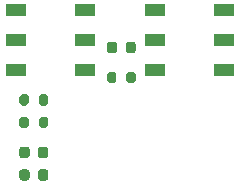
<source format=gbr>
%TF.GenerationSoftware,KiCad,Pcbnew,(5.1.10-1-10_14)*%
%TF.CreationDate,2022-04-02T19:32:47-06:00*%
%TF.ProjectId,RPiG3iMacJ20,52506947-3369-44d6-9163-4a32302e6b69,rev?*%
%TF.SameCoordinates,Original*%
%TF.FileFunction,Paste,Top*%
%TF.FilePolarity,Positive*%
%FSLAX46Y46*%
G04 Gerber Fmt 4.6, Leading zero omitted, Abs format (unit mm)*
G04 Created by KiCad (PCBNEW (5.1.10-1-10_14)) date 2022-04-02 19:32:47*
%MOMM*%
%LPD*%
G01*
G04 APERTURE LIST*
%ADD10R,1.780000X1.020000*%
G04 APERTURE END LIST*
%TO.C,D1*%
G36*
G01*
X128750000Y-88521250D02*
X128750000Y-88008750D01*
G75*
G02*
X128968750Y-87790000I218750J0D01*
G01*
X129406250Y-87790000D01*
G75*
G02*
X129625000Y-88008750I0J-218750D01*
G01*
X129625000Y-88521250D01*
G75*
G02*
X129406250Y-88740000I-218750J0D01*
G01*
X128968750Y-88740000D01*
G75*
G02*
X128750000Y-88521250I0J218750D01*
G01*
G37*
G36*
G01*
X130325000Y-88521250D02*
X130325000Y-88008750D01*
G75*
G02*
X130543750Y-87790000I218750J0D01*
G01*
X130981250Y-87790000D01*
G75*
G02*
X131200000Y-88008750I0J-218750D01*
G01*
X131200000Y-88521250D01*
G75*
G02*
X130981250Y-88740000I-218750J0D01*
G01*
X130543750Y-88740000D01*
G75*
G02*
X130325000Y-88521250I0J218750D01*
G01*
G37*
%TD*%
%TO.C,D2*%
G36*
G01*
X122905000Y-97411250D02*
X122905000Y-96898750D01*
G75*
G02*
X123123750Y-96680000I218750J0D01*
G01*
X123561250Y-96680000D01*
G75*
G02*
X123780000Y-96898750I0J-218750D01*
G01*
X123780000Y-97411250D01*
G75*
G02*
X123561250Y-97630000I-218750J0D01*
G01*
X123123750Y-97630000D01*
G75*
G02*
X122905000Y-97411250I0J218750D01*
G01*
G37*
G36*
G01*
X121330000Y-97411250D02*
X121330000Y-96898750D01*
G75*
G02*
X121548750Y-96680000I218750J0D01*
G01*
X121986250Y-96680000D01*
G75*
G02*
X122205000Y-96898750I0J-218750D01*
G01*
X122205000Y-97411250D01*
G75*
G02*
X121986250Y-97630000I-218750J0D01*
G01*
X121548750Y-97630000D01*
G75*
G02*
X121330000Y-97411250I0J218750D01*
G01*
G37*
%TD*%
%TO.C,D3*%
G36*
G01*
X121330000Y-99316250D02*
X121330000Y-98803750D01*
G75*
G02*
X121548750Y-98585000I218750J0D01*
G01*
X121986250Y-98585000D01*
G75*
G02*
X122205000Y-98803750I0J-218750D01*
G01*
X122205000Y-99316250D01*
G75*
G02*
X121986250Y-99535000I-218750J0D01*
G01*
X121548750Y-99535000D01*
G75*
G02*
X121330000Y-99316250I0J218750D01*
G01*
G37*
G36*
G01*
X122905000Y-99316250D02*
X122905000Y-98803750D01*
G75*
G02*
X123123750Y-98585000I218750J0D01*
G01*
X123561250Y-98585000D01*
G75*
G02*
X123780000Y-98803750I0J-218750D01*
G01*
X123780000Y-99316250D01*
G75*
G02*
X123561250Y-99535000I-218750J0D01*
G01*
X123123750Y-99535000D01*
G75*
G02*
X122905000Y-99316250I0J218750D01*
G01*
G37*
%TD*%
%TO.C,R1*%
G36*
G01*
X128750000Y-91080000D02*
X128750000Y-90530000D01*
G75*
G02*
X128950000Y-90330000I200000J0D01*
G01*
X129350000Y-90330000D01*
G75*
G02*
X129550000Y-90530000I0J-200000D01*
G01*
X129550000Y-91080000D01*
G75*
G02*
X129350000Y-91280000I-200000J0D01*
G01*
X128950000Y-91280000D01*
G75*
G02*
X128750000Y-91080000I0J200000D01*
G01*
G37*
G36*
G01*
X130400000Y-91080000D02*
X130400000Y-90530000D01*
G75*
G02*
X130600000Y-90330000I200000J0D01*
G01*
X131000000Y-90330000D01*
G75*
G02*
X131200000Y-90530000I0J-200000D01*
G01*
X131200000Y-91080000D01*
G75*
G02*
X131000000Y-91280000I-200000J0D01*
G01*
X130600000Y-91280000D01*
G75*
G02*
X130400000Y-91080000I0J200000D01*
G01*
G37*
%TD*%
%TO.C,R2*%
G36*
G01*
X122980000Y-92985000D02*
X122980000Y-92435000D01*
G75*
G02*
X123180000Y-92235000I200000J0D01*
G01*
X123580000Y-92235000D01*
G75*
G02*
X123780000Y-92435000I0J-200000D01*
G01*
X123780000Y-92985000D01*
G75*
G02*
X123580000Y-93185000I-200000J0D01*
G01*
X123180000Y-93185000D01*
G75*
G02*
X122980000Y-92985000I0J200000D01*
G01*
G37*
G36*
G01*
X121330000Y-92985000D02*
X121330000Y-92435000D01*
G75*
G02*
X121530000Y-92235000I200000J0D01*
G01*
X121930000Y-92235000D01*
G75*
G02*
X122130000Y-92435000I0J-200000D01*
G01*
X122130000Y-92985000D01*
G75*
G02*
X121930000Y-93185000I-200000J0D01*
G01*
X121530000Y-93185000D01*
G75*
G02*
X121330000Y-92985000I0J200000D01*
G01*
G37*
%TD*%
%TO.C,R3*%
G36*
G01*
X121330000Y-94890000D02*
X121330000Y-94340000D01*
G75*
G02*
X121530000Y-94140000I200000J0D01*
G01*
X121930000Y-94140000D01*
G75*
G02*
X122130000Y-94340000I0J-200000D01*
G01*
X122130000Y-94890000D01*
G75*
G02*
X121930000Y-95090000I-200000J0D01*
G01*
X121530000Y-95090000D01*
G75*
G02*
X121330000Y-94890000I0J200000D01*
G01*
G37*
G36*
G01*
X122980000Y-94890000D02*
X122980000Y-94340000D01*
G75*
G02*
X123180000Y-94140000I200000J0D01*
G01*
X123580000Y-94140000D01*
G75*
G02*
X123780000Y-94340000I0J-200000D01*
G01*
X123780000Y-94890000D01*
G75*
G02*
X123580000Y-95090000I-200000J0D01*
G01*
X123180000Y-95090000D01*
G75*
G02*
X122980000Y-94890000I0J200000D01*
G01*
G37*
%TD*%
D10*
%TO.C,J1*%
X121070000Y-85090000D03*
X121070000Y-87630000D03*
X121070000Y-90170000D03*
X126890000Y-85090000D03*
X126890000Y-87630000D03*
X126890000Y-90170000D03*
%TD*%
%TO.C,J2*%
X138677000Y-90170000D03*
X138677000Y-87630000D03*
X138677000Y-85090000D03*
X132857000Y-90170000D03*
X132857000Y-87630000D03*
X132857000Y-85090000D03*
%TD*%
M02*

</source>
